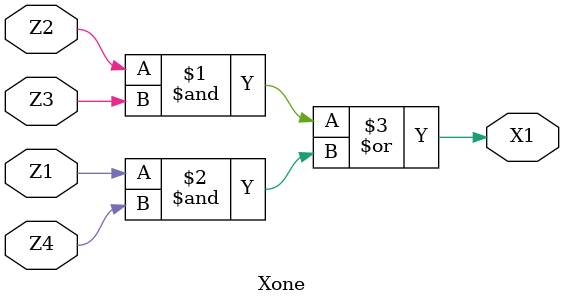
<source format=v>



// Generated by Quartus II 64-Bit Version 13.1 (Build Build 162 10/23/2013)
// Created on Thu Oct 24 20:06:43 2024

//  Module Declaration
module Xone
(
// {{ALTERA_ARGS_BEGIN}} DO NOT REMOVE THIS LINE!
Z1, Z2, Z3, Z4, X1
// {{ALTERA_ARGS_END}} DO NOT REMOVE THIS LINE!
);
// Port Declaration

// {{ALTERA_IO_BEGIN}} DO NOT REMOVE THIS LINE!
input Z1;
input Z2;
input Z3;
input Z4;
output X1;
// {{ALTERA_IO_END}} DO NOT REMOVE THIS LINE!

assign X1 = (Z2&Z3|Z1&Z4);

endmodule

</source>
